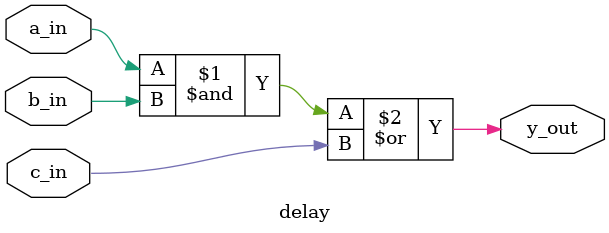
<source format=v>
`timescale 1ns / 1ps


module delay(
    input a_in,
    input b_in,
    input c_in,
    output y_out
    );
    
    assign #5 y_out = (a_in & b_in) | c_in;
endmodule

</source>
